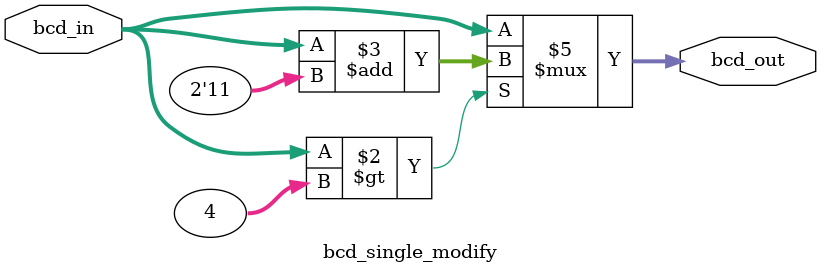
<source format=v>
module Binary_to_BCD(Clk,Rst_n,Do_Translate,Bin,Bcd,Done_Sig);

	input Clk;
	input Rst_n;
	input Do_Translate;
	input [19:0] Bin;
	
	output [27:0] Bcd;
	output reg Done_Sig;
	
	//20bit_bin+7*4bit_BCD 
	reg [47:0] shift_reg;	
	wire [47:0] shift_reg_out;
	wire [47:0]tmp;
	reg [47:0]bcd_tmp;
	
	//输入二进制数有几位即需要移位几次
	reg [4:0] cnt = 5'b0;
	
	//将输出的二进制数扩展到48bit
	assign tmp = {28'b0,Bin};
	
	//将输入二进制数进行移位且判断是否需要+3处理，并输出最终数据
	always@(posedge Clk or negedge Rst_n)
	begin
		if(!Rst_n)
			begin
				Done_Sig <= 1'b0;
				cnt <= 5'd0;
				shift_reg <= 48'd0;			
			end
		else
		begin
			case(cnt)
				0:begin
						Done_Sig <= 1'b0;
						if(Do_Translate)
							begin
								cnt <= cnt + 1'b1;
								shift_reg <= tmp<<1;
							end
						else
							cnt <= 1'b0;
					end
					
				1,2,3,4,5,6,7,8,9,10,11,12,13,14,15,16,17,18:
					begin
						shift_reg <= (shift_reg_out<<1);
						cnt <= cnt + 1'b1;
					end
				
				19:
					begin
						bcd_tmp <= shift_reg_out<<1;
						Done_Sig <= 1;
						cnt <= 5'b0;
					end
				default :cnt <= 5'b0;
			endcase	
		end
	end

	assign Bcd = bcd_tmp[47:20];
	
	bcd_modify bcd_modify
	(
		.data_in(shift_reg),
		.data_out(shift_reg_out)
	);
	
endmodule

`timescale 1ns/1ns

module bcd_modify(data_in, data_out);

	input [47:0] data_in;
	output [47:0] data_out;

	bcd_single_modify bcd6(.bcd_in(data_in[47:44]), .bcd_out(data_out[47:44]));
	bcd_single_modify bcd5(.bcd_in(data_in[43:40]), .bcd_out(data_out[43:40]));
	bcd_single_modify bcd4(.bcd_in(data_in[39:36]), .bcd_out(data_out[39:36]));
	bcd_single_modify bcd3(.bcd_in(data_in[35:32]), .bcd_out(data_out[35:32]));
	bcd_single_modify bcd2(.bcd_in(data_in[31:28]), .bcd_out(data_out[31:28]));
	bcd_single_modify bcd1(.bcd_in(data_in[27:24]), .bcd_out(data_out[27:24]));
	bcd_single_modify bcd0(.bcd_in(data_in[23:20]), .bcd_out(data_out[23:20]));
	assign data_out[19:0] = data_in[19:0];

endmodule

`timescale 1ns/1ns

module bcd_single_modify(bcd_in,bcd_out);

	input [3:0] bcd_in;
	output [3:0] bcd_out;

	reg [3:0] bcd_out;
	
	always @ (bcd_in)
	begin
		if (bcd_in > 4)
			bcd_out = bcd_in + 2'd3;
		else
			bcd_out = bcd_in;
	end

endmodule

</source>
